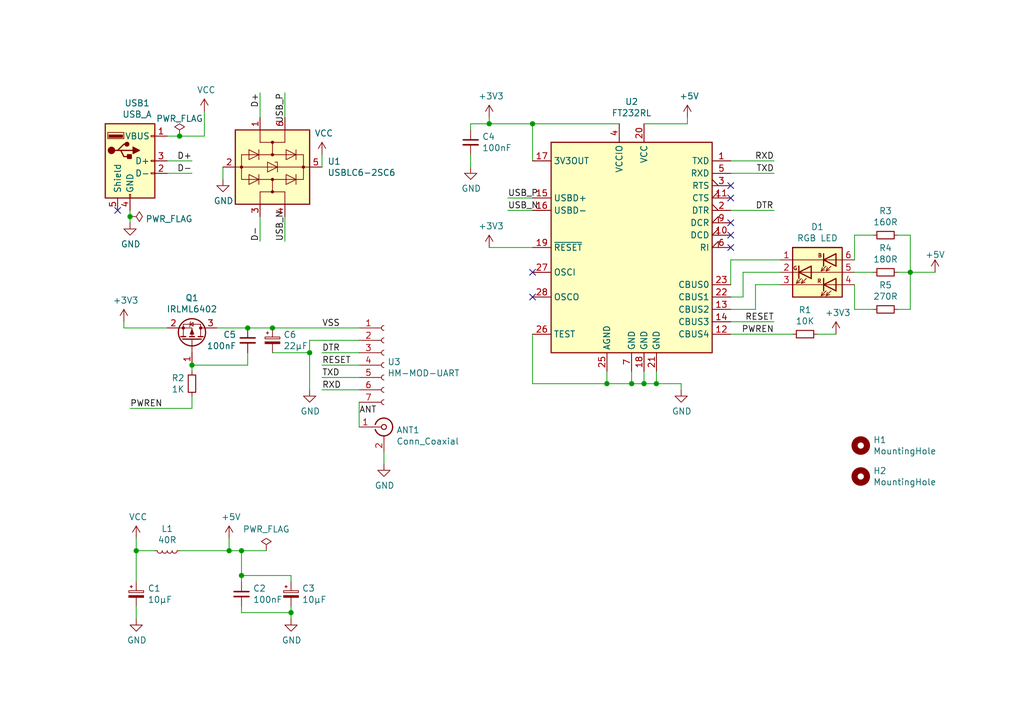
<source format=kicad_sch>
(kicad_sch (version 20211123) (generator eeschema)
  (paper "A5")
  (title_block (title "HM-1551USB2 USB Adapter") (date "2022-01-12") (rev "1.0") (comment 1 "use Hammond Mfg. 1551USB2 enclosure"))
  (lib_symbols
    (symbol "Connector:Conn_01x07_Female" (pin_names (offset 1.016) hide)
      (property "Reference" "J" (at 0 10.16 0))
      (property "Value" "Conn_01x07_Female" (at 0 -10.16 0))
      (symbol "Conn_01x07_Female_1_1"
        (arc (start 0 -7.112) (mid -0.508 -7.62) (end 0 -8.128) (stroke (width 0.1524)))
        (arc (start 0 -4.572) (mid -0.508 -5.08) (end 0 -5.588) (stroke (width 0.1524)))
        (arc (start 0 -2.032) (mid -0.508 -2.54) (end 0 -3.048) (stroke (width 0.1524)))
        (polyline (pts (xy -1.27 -7.62) (xy -0.508 -7.62)) (stroke (width 0.1524)))
        (polyline (pts (xy -1.27 -5.08) (xy -0.508 -5.08)) (stroke (width 0.1524)))
        (polyline (pts (xy -1.27 -2.54) (xy -0.508 -2.54)) (stroke (width 0.1524)))
        (polyline (pts (xy -1.27 0) (xy -0.508 0)) (stroke (width 0.1524)))
        (polyline (pts (xy -1.27 2.54) (xy -0.508 2.54)) (stroke (width 0.1524)))
        (polyline (pts (xy -1.27 5.08) (xy -0.508 5.08)) (stroke (width 0.1524)))
        (polyline (pts (xy -1.27 7.62) (xy -0.508 7.62)) (stroke (width 0.1524)))
        (arc (start 0 0.508) (mid -0.508 0) (end 0 -0.508) (stroke (width 0.1524)))
        (arc (start 0 3.048) (mid -0.508 2.54) (end 0 2.032) (stroke (width 0.1524)))
        (arc (start 0 5.588) (mid -0.508 5.08) (end 0 4.572) (stroke (width 0.1524)))
        (arc (start 0 8.128) (mid -0.508 7.62) (end 0 7.112) (stroke (width 0.1524)))
        (pin passive line (at -5.08 7.62 0) (length 3.81) (name "Pin_1") (number "1"))
        (pin passive line (at -5.08 5.08 0) (length 3.81) (name "Pin_2") (number "2"))
        (pin passive line (at -5.08 2.54 0) (length 3.81) (name "Pin_3") (number "3"))
        (pin passive line (at -5.08 0 0) (length 3.81) (name "Pin_4") (number "4"))
        (pin passive line (at -5.08 -2.54 0) (length 3.81) (name "Pin_5") (number "5"))
        (pin passive line (at -5.08 -5.08 0) (length 3.81) (name "Pin_6") (number "6"))
        (pin passive line (at -5.08 -7.62 0) (length 3.81) (name "Pin_7") (number "7"))
      )
    )
    (symbol "Connector:Conn_Coaxial" (pin_names (offset 1.016) hide)
      (property "Reference" "J" (at 0.254 3.048 0))
      (property "Value" "Conn_Coaxial" (at 2.921 0 90))
      (symbol "Conn_Coaxial_0_1"
        (arc (start -1.778 -0.508) (mid 0.222 -1.808) (end 1.778 0) (stroke (width 0.254)))
        (polyline (pts (xy -2.54 0) (xy -0.508 0)))
        (polyline (pts (xy 0 -2.54) (xy 0 -1.778)))
        (circle (center 0 0) (radius 0.508) (stroke (width 0.2032)))
        (arc (start 1.778 0) (mid 0.222 1.8083) (end -1.778 0.508) (stroke (width 0.254)))
      )
      (symbol "Conn_Coaxial_1_1"
        (pin passive line (at -5.08 0 0) (length 2.54) (name "In") (number "1"))
        (pin passive line (at 0 -5.08 90) (length 2.54) (name "Ext") (number "2"))
      )
    )
    (symbol "Connector:USB_A" (pin_names (offset 1.016))
      (property "Reference" "J" (at -5.08 11.43 0))
      (property "Value" "USB_A" (at -5.08 8.89 0))
      (symbol "USB_A_0_1"
        (rectangle (start -5.08 -7.62) (end 5.08 7.62) (stroke (width 0.254)) (fill (type background)))
        (circle (center -3.81 2.159) (radius 0.635) (stroke (width 0.254)) (fill (type outline)))
        (rectangle (start -1.524 4.826) (end -4.318 5.334) (fill (type outline)))
        (rectangle (start -1.27 4.572) (end -4.572 5.842))
        (circle (center -0.635 3.429) (radius 0.381) (stroke (width 0.254)) (fill (type outline)))
        (rectangle (start -0.127 -7.62) (end 0.127 -6.858))
        (polyline (pts (xy -3.175 2.159) (xy -2.54 2.159) (xy -1.27 3.429) (xy -0.635 3.429)) (stroke (width 0.254)))
        (polyline (pts (xy -2.54 2.159) (xy -1.905 2.159) (xy -1.27 0.889) (xy 0 0.889)) (stroke (width 0.254)))
        (polyline (pts (xy 0.635 2.794) (xy 0.635 1.524) (xy 1.905 2.159) (xy 0.635 2.794)) (stroke (width 0.254)) (fill (type outline)))
        (rectangle (start 0.254 1.27) (end -0.508 0.508) (stroke (width 0.254)) (fill (type outline)))
        (rectangle (start 5.08 -2.667) (end 4.318 -2.413))
        (rectangle (start 5.08 -0.127) (end 4.318 0.127))
        (rectangle (start 5.08 4.953) (end 4.318 5.207))
      )
      (symbol "USB_A_1_1"
        (polyline (pts (xy -1.905 2.159) (xy 0.635 2.159)) (stroke (width 0.254)))
        (pin power_in line (at 7.62 5.08 180) (length 2.54) (name "VBUS") (number "1"))
        (pin bidirectional line (at 7.62 -2.54 180) (length 2.54) (name "D-") (number "2"))
        (pin bidirectional line (at 7.62 0 180) (length 2.54) (name "D+") (number "3"))
        (pin power_in line (at 0 -10.16 90) (length 2.54) (name "GND") (number "4"))
        (pin passive line (at -2.54 -10.16 90) (length 2.54) (name "Shield") (number "5"))
      )
    )
    (symbol "Device:C_Polarized_Small" (pin_numbers hide) (pin_names (offset 0.254) hide)
      (property "Reference" "C" (at 0.254 1.778 0))
      (property "Value" "C_Polarized_Small" (at 0.254 -2.032 0))
      (symbol "C_Polarized_Small_0_1"
        (rectangle (start -1.524 -0.3048) (end 1.524 -0.6858) (fill (type outline)))
        (rectangle (start -1.524 0.6858) (end 1.524 0.3048))
        (polyline (pts (xy -1.27 1.524) (xy -0.762 1.524)))
        (polyline (pts (xy -1.016 1.27) (xy -1.016 1.778)))
      )
      (symbol "C_Polarized_Small_1_1"
        (pin passive line (at 0 2.54 270) (length 1.8542) (name "~") (number "1"))
        (pin passive line (at 0 -2.54 90) (length 1.8542) (name "~") (number "2"))
      )
    )
    (symbol "Device:C_Small" (pin_numbers hide) (pin_names (offset 0.254) hide)
      (property "Reference" "C" (at 0.254 1.778 0))
      (property "Value" "C_Small" (at 0.254 -2.032 0))
      (symbol "C_Small_0_1"
        (polyline (pts (xy -1.524 -0.508) (xy 1.524 -0.508)) (stroke (width 0.3302)))
        (polyline (pts (xy -1.524 0.508) (xy 1.524 0.508)) (stroke (width 0.3048)))
      )
      (symbol "C_Small_1_1"
        (pin passive line (at 0 2.54 270) (length 2.032) (name "~") (number "1"))
        (pin passive line (at 0 -2.54 90) (length 2.032) (name "~") (number "2"))
      )
    )
    (symbol "Device:L_Small" (pin_numbers hide) (pin_names (offset 0.254) hide)
      (property "Reference" "L" (at 0.762 1.016 0))
      (property "Value" "L_Small" (at 0.762 -1.016 0))
      (symbol "L_Small_0_1"
        (arc (start 0 -2.032) (mid 0.508 -1.524) (end 0 -1.016))
        (arc (start 0 -1.016) (mid 0.508 -0.508) (end 0 0))
        (arc (start 0 0) (mid 0.508 0.508) (end 0 1.016))
        (arc (start 0 1.016) (mid 0.508 1.524) (end 0 2.032))
      )
      (symbol "L_Small_1_1"
        (pin passive line (at 0 2.54 270) (length 0.508) (name "~") (number "1"))
        (pin passive line (at 0 -2.54 90) (length 0.508) (name "~") (number "2"))
      )
    )
    (symbol "Device:R_Small" (pin_numbers hide) (pin_names (offset 0.254) hide)
      (property "Reference" "R" (at 0.762 0.508 0))
      (property "Value" "R_Small" (at 0.762 -1.016 0))
      (symbol "R_Small_0_1"
        (rectangle (start -0.762 1.778) (end 0.762 -1.778) (stroke (width 0.2032)))
      )
      (symbol "R_Small_1_1"
        (pin passive line (at 0 2.54 270) (length 0.762) (name "~") (number "1"))
        (pin passive line (at 0 -2.54 90) (length 0.762) (name "~") (number "2"))
      )
    )
    (symbol "Interface_USB:FT232RL"
      (property "Reference" "U" (at -16.51 22.86 0))
      (property "Value" "FT232RL" (at 10.16 22.86 0))
      (symbol "FT232RL_0_1"
        (rectangle (start -16.51 21.59) (end 16.51 -21.59) (stroke (width 0.254)) (fill (type background)))
      )
      (symbol "FT232RL_1_1"
        (pin output line (at 20.32 17.78 180) (length 3.81) (name "TXD") (number "1"))
        (pin input input_low (at 20.32 2.54 180) (length 3.81) (name "DCD") (number "10"))
        (pin input input_low (at 20.32 10.16 180) (length 3.81) (name "CTS") (number "11"))
        (pin bidirectional line (at 20.32 -17.78 180) (length 3.81) (name "CBUS4") (number "12"))
        (pin bidirectional line (at 20.32 -12.7 180) (length 3.81) (name "CBUS2") (number "13"))
        (pin bidirectional line (at 20.32 -15.24 180) (length 3.81) (name "CBUS3") (number "14"))
        (pin bidirectional line (at -20.32 10.16 0) (length 3.81) (name "USBD+") (number "15"))
        (pin bidirectional line (at -20.32 7.62 0) (length 3.81) (name "USBD-") (number "16"))
        (pin power_out line (at -20.32 17.78 0) (length 3.81) (name "3V3OUT") (number "17"))
        (pin power_in line (at 2.54 -25.4 90) (length 3.81) (name "GND") (number "18"))
        (pin input line (at -20.32 0 0) (length 3.81) (name "~{RESET}") (number "19"))
        (pin output output_low (at 20.32 7.62 180) (length 3.81) (name "DTR") (number "2"))
        (pin power_in line (at 2.54 25.4 270) (length 3.81) (name "VCC") (number "20"))
        (pin power_in line (at 5.08 -25.4 90) (length 3.81) (name "GND") (number "21"))
        (pin bidirectional line (at 20.32 -10.16 180) (length 3.81) (name "CBUS1") (number "22"))
        (pin bidirectional line (at 20.32 -7.62 180) (length 3.81) (name "CBUS0") (number "23"))
        (pin power_in line (at -5.08 -25.4 90) (length 3.81) (name "AGND") (number "25"))
        (pin input line (at -20.32 -17.78 0) (length 3.81) (name "TEST") (number "26"))
        (pin input line (at -20.32 -5.08 0) (length 3.81) (name "OSCI") (number "27"))
        (pin output line (at -20.32 -10.16 0) (length 3.81) (name "OSCO") (number "28"))
        (pin output output_low (at 20.32 12.7 180) (length 3.81) (name "RTS") (number "3"))
        (pin power_in line (at -2.54 25.4 270) (length 3.81) (name "VCCIO") (number "4"))
        (pin input line (at 20.32 15.24 180) (length 3.81) (name "RXD") (number "5"))
        (pin input input_low (at 20.32 0 180) (length 3.81) (name "RI") (number "6"))
        (pin power_in line (at 0 -25.4 90) (length 3.81) (name "GND") (number "7"))
        (pin input input_low (at 20.32 5.08 180) (length 3.81) (name "DCR") (number "9"))
      )
    )
    (symbol "LED:ASMT-YTC2-0AA02" (pin_names hide)
      (property "Reference" "D" (at -5.08 6.35 0))
      (property "Value" "ASMT-YTC2-0AA02" (at -5.08 -6.35 0))
      (symbol "ASMT-YTC2-0AA02_0_0"
        (text "B" (at -0.508 -3.4544 0) (effects (font (size 0.762 0.762))))
        (text "G" (at 4.5466 -0.8382 0) (effects (font (size 0.762 0.762))))
        (text "R" (at -0.381 1.8034 0) (effects (font (size 0.762 0.762))))
      )
      (symbol "ASMT-YTC2-0AA02_0_1"
        (rectangle (start -5.08 5.08) (end 5.08 -5.08) (stroke (width 0.254)) (fill (type background)))
        (polyline (pts (xy -5.08 -2.54) (xy 5.08 -2.54)))
        (polyline (pts (xy -5.08 0) (xy 5.08 0)))
        (polyline (pts (xy -5.08 2.54) (xy 5.08 2.54)))
        (polyline (pts (xy -2.794 -1.27) (xy -1.778 -0.254)))
        (polyline (pts (xy -2.794 3.81) (xy -1.778 4.826)))
        (polyline (pts (xy -1.778 -1.27) (xy -0.762 -0.254)))
        (polyline (pts (xy -1.778 3.81) (xy -0.762 4.826)))
        (polyline (pts (xy -1.27 -1.27) (xy -1.27 -3.81)) (stroke (width 0.254)))
        (polyline (pts (xy -1.27 3.81) (xy -1.27 1.27)) (stroke (width 0.254)))
        (polyline (pts (xy 2.286 1.27) (xy 3.302 2.286)))
        (polyline (pts (xy 3.302 1.27) (xy 4.318 2.286)))
        (polyline (pts (xy 3.81 1.27) (xy 3.81 -1.27)) (stroke (width 0.254)))
        (polyline (pts (xy -2.54 4.572) (xy -1.778 4.826) (xy -2.032 4.064)))
        (polyline (pts (xy -2.032 -1.016) (xy -1.778 -0.254) (xy -2.54 -0.508)))
        (polyline (pts (xy -1.524 -0.508) (xy -0.762 -0.254) (xy -1.016 -1.016)))
        (polyline (pts (xy -1.524 4.572) (xy -0.762 4.826) (xy -1.016 4.064)))
        (polyline (pts (xy 3.048 1.524) (xy 3.302 2.286) (xy 2.54 2.032)))
        (polyline (pts (xy 3.556 2.032) (xy 4.318 2.286) (xy 4.064 1.524)))
        (polyline (pts (xy -3.81 -1.27) (xy -3.81 -3.81) (xy -1.27 -2.54) (xy -3.81 -1.27)) (stroke (width 0.254)))
        (polyline (pts (xy -3.81 3.81) (xy -3.81 1.27) (xy -1.27 2.54) (xy -3.81 3.81)) (stroke (width 0.254)))
        (polyline (pts (xy 1.27 1.27) (xy 1.27 -1.27) (xy 3.81 0) (xy 1.27 1.27)) (stroke (width 0.254)))
      )
      (symbol "ASMT-YTC2-0AA02_1_1"
        (pin passive line (at 7.62 -2.54 180) (length 2.54) (name "KB") (number "1"))
        (pin passive line (at 7.62 0 180) (length 2.54) (name "KG") (number "2"))
        (pin passive line (at 7.62 2.54 180) (length 2.54) (name "KR") (number "3"))
        (pin passive line (at -7.62 2.54 0) (length 2.54) (name "AR") (number "4"))
        (pin passive line (at -7.62 0 0) (length 2.54) (name "AG") (number "5"))
        (pin passive line (at -7.62 -2.54 0) (length 2.54) (name "AB") (number "6"))
      )
    )
    (symbol "Mechanical:MountingHole" (pin_names (offset 1.016))
      (property "Reference" "H" (at 0 5.08 0))
      (property "Value" "MountingHole" (at 0 3.175 0))
      (symbol "MountingHole_0_1"
        (circle (center 0 0) (radius 1.27) (stroke (width 1.27)))
      )
    )
    (symbol "Power_Protection:USBLC6-2SC6" (pin_names hide)
      (property "Reference" "U" (at 2.54 8.89 0))
      (property "Value" "USBLC6-2SC6" (at 2.54 -8.89 0))
      (symbol "USBLC6-2SC6_0_1"
        (rectangle (start -7.62 -7.62) (end 7.62 7.62) (stroke (width 0.254)) (fill (type background)))
        (circle (center -5.08 0) (radius 0.254) (fill (type outline)))
        (circle (center -2.54 0) (radius 0.254) (fill (type outline)))
        (rectangle (start -2.54 6.35) (end 2.54 -6.35))
        (circle (center 0 -6.35) (radius 0.254) (fill (type outline)))
        (polyline (pts (xy -5.08 -2.54) (xy -7.62 -2.54)))
        (polyline (pts (xy -5.08 0) (xy -5.08 -2.54)))
        (polyline (pts (xy -5.08 2.54) (xy -7.62 2.54)))
        (polyline (pts (xy -1.524 -2.794) (xy -3.556 -2.794)))
        (polyline (pts (xy -1.524 4.826) (xy -3.556 4.826)))
        (polyline (pts (xy 0 -7.62) (xy 0 -6.35)))
        (polyline (pts (xy 0 -6.35) (xy 0 1.27)))
        (polyline (pts (xy 0 1.27) (xy 0 6.35)))
        (polyline (pts (xy 0 6.35) (xy 0 7.62)))
        (polyline (pts (xy 1.524 -2.794) (xy 3.556 -2.794)))
        (polyline (pts (xy 1.524 4.826) (xy 3.556 4.826)))
        (polyline (pts (xy 5.08 -2.54) (xy 7.62 -2.54)))
        (polyline (pts (xy 5.08 0) (xy 5.08 -2.54)))
        (polyline (pts (xy 5.08 2.54) (xy 7.62 2.54)))
        (polyline (pts (xy -2.54 0) (xy -5.08 0) (xy -5.08 2.54)))
        (polyline (pts (xy 2.54 0) (xy 5.08 0) (xy 5.08 2.54)))
        (polyline (pts (xy -3.556 -4.826) (xy -1.524 -4.826) (xy -2.54 -2.794) (xy -3.556 -4.826)))
        (polyline (pts (xy -3.556 2.794) (xy -1.524 2.794) (xy -2.54 4.826) (xy -3.556 2.794)))
        (polyline (pts (xy -1.016 -1.016) (xy 1.016 -1.016) (xy 0 1.016) (xy -1.016 -1.016)))
        (polyline (pts (xy 1.016 1.016) (xy 0.762 1.016) (xy -1.016 1.016) (xy -1.016 0.508)))
        (polyline (pts (xy 3.556 -4.826) (xy 1.524 -4.826) (xy 2.54 -2.794) (xy 3.556 -4.826)))
        (polyline (pts (xy 3.556 2.794) (xy 1.524 2.794) (xy 2.54 4.826) (xy 3.556 2.794)))
        (circle (center 0 6.35) (radius 0.254) (fill (type outline)))
        (circle (center 2.54 0) (radius 0.254) (fill (type outline)))
        (circle (center 5.08 0) (radius 0.254) (fill (type outline)))
      )
      (symbol "USBLC6-2SC6_1_1"
        (pin passive line (at -10.16 -2.54 0) (length 2.54) (name "I/O1") (number "1"))
        (pin passive line (at 0 -10.16 90) (length 2.54) (name "GND") (number "2"))
        (pin passive line (at 10.16 -2.54 180) (length 2.54) (name "I/O2") (number "3"))
        (pin passive line (at 10.16 2.54 180) (length 2.54) (name "I/O2") (number "4"))
        (pin passive line (at 0 10.16 270) (length 2.54) (name "VBUS") (number "5"))
        (pin passive line (at -10.16 2.54 0) (length 2.54) (name "I/O1") (number "6"))
      )
    )
    (symbol "Transistor_FET:IRLML6402" (pin_names hide)
      (property "Reference" "Q" (at 5.08 1.905 0))
      (property "Value" "IRLML6402" (at 5.08 0 0))
      (symbol "IRLML6402_0_1"
        (polyline (pts (xy 0.254 0) (xy -2.54 0)))
        (polyline (pts (xy 0.254 1.905) (xy 0.254 -1.905)) (stroke (width 0.254)))
        (polyline (pts (xy 0.762 -1.27) (xy 0.762 -2.286)) (stroke (width 0.254)))
        (polyline (pts (xy 0.762 0.508) (xy 0.762 -0.508)) (stroke (width 0.254)))
        (polyline (pts (xy 0.762 2.286) (xy 0.762 1.27)) (stroke (width 0.254)))
        (polyline (pts (xy 2.54 2.54) (xy 2.54 1.778)))
        (polyline (pts (xy 2.54 -2.54) (xy 2.54 0) (xy 0.762 0)))
        (polyline (pts (xy 0.762 1.778) (xy 3.302 1.778) (xy 3.302 -1.778) (xy 0.762 -1.778)))
        (polyline (pts (xy 2.286 0) (xy 1.27 0.381) (xy 1.27 -0.381) (xy 2.286 0)) (fill (type outline)))
        (polyline (pts (xy 2.794 -0.508) (xy 2.921 -0.381) (xy 3.683 -0.381) (xy 3.81 -0.254)))
        (polyline (pts (xy 3.302 -0.381) (xy 2.921 0.254) (xy 3.683 0.254) (xy 3.302 -0.381)))
        (circle (center 1.651 0) (radius 2.794) (stroke (width 0.254)))
        (circle (center 2.54 -1.778) (radius 0.254) (fill (type outline)))
        (circle (center 2.54 1.778) (radius 0.254) (fill (type outline)))
      )
      (symbol "IRLML6402_1_1"
        (pin input line (at -5.08 0 0) (length 2.54) (name "G") (number "1"))
        (pin passive line (at 2.54 -5.08 90) (length 2.54) (name "S") (number "2"))
        (pin passive line (at 2.54 5.08 270) (length 2.54) (name "D") (number "3"))
      )
    )
    (symbol "power:+3.3V" (power) (pin_names (offset 0))
      (property "Value" "+3.3V" (at 0 3.556 0))
      (symbol "+3.3V_0_1"
        (polyline (pts (xy -0.762 1.27) (xy 0 2.54)))
        (polyline (pts (xy 0 0) (xy 0 2.54)))
        (polyline (pts (xy 0 2.54) (xy 0.762 1.27)))
      )
      (symbol "+3.3V_1_1"
        (pin power_in line (at 0 0 90) (length 0) hide (name "+3V3") (number "1"))
      )
    )
    (symbol "power:+3V3" (power) (pin_names (offset 0))
      (property "Value" "+3V3" (at 0 3.556 0))
      (symbol "+3V3_0_1"
        (polyline (pts (xy -0.762 1.27) (xy 0 2.54)))
        (polyline (pts (xy 0 0) (xy 0 2.54)))
        (polyline (pts (xy 0 2.54) (xy 0.762 1.27)))
      )
      (symbol "+3V3_1_1"
        (pin power_in line (at 0 0 90) (length 0) hide (name "+3V3") (number "1"))
      )
    )
    (symbol "power:+5V" (power) (pin_names (offset 0))
      (property "Value" "+5V" (at 0 3.556 0))
      (symbol "+5V_0_1"
        (polyline (pts (xy -0.762 1.27) (xy 0 2.54)))
        (polyline (pts (xy 0 0) (xy 0 2.54)))
        (polyline (pts (xy 0 2.54) (xy 0.762 1.27)))
      )
      (symbol "+5V_1_1"
        (pin power_in line (at 0 0 90) (length 0) hide (name "+5V") (number "1"))
      )
    )
    (symbol "power:GND" (power) (pin_names (offset 0))
      (property "Value" "GND" (at 0 -3.81 0))
      (symbol "GND_0_1"
        (polyline (pts (xy 0 0) (xy 0 -1.27) (xy 1.27 -1.27) (xy 0 -2.54) (xy -1.27 -1.27) (xy 0 -1.27)))
      )
      (symbol "GND_1_1"
        (pin power_in line (at 0 0 270) (length 0) hide (name "GND") (number "1"))
      )
    )
    (symbol "power:PWR_FLAG" (power) (pin_numbers hide) (pin_names (offset 0) hide)
      (property "Value" "PWR_FLAG" (at 0 3.81 0))
      (symbol "PWR_FLAG_0_0"
        (pin power_out line (at 0 0 90) (length 0) (name "pwr") (number "1"))
      )
      (symbol "PWR_FLAG_0_1"
        (polyline (pts (xy 0 0) (xy 0 1.27) (xy -1.016 1.905) (xy 0 2.54) (xy 1.016 1.905) (xy 0 1.27)))
      )
    )
    (symbol "power:VCC" (power) (pin_names (offset 0))
      (property "Value" "VCC" (at 0 3.81 0))
      (symbol "VCC_0_1"
        (polyline (pts (xy -0.762 1.27) (xy 0 2.54)))
        (polyline (pts (xy 0 0) (xy 0 2.54)))
        (polyline (pts (xy 0 2.54) (xy 0.762 1.27)))
      )
      (symbol "VCC_1_1"
        (pin power_in line (at 0 0 90) (length 0) hide (name "VCC") (number "1"))
      )
    )
  )
  (junction (at 50.8 67.31))
  (junction (at 39.37 74.93))
  (junction (at 186.69 55.88))
  (junction (at 109.22 25.4))
  (junction (at 63.5 72.39))
  (junction (at 129.54 78.74))
  (junction (at 124.46 78.74))
  (junction (at 49.53 113.03))
  (junction (at 100.33 25.4))
  (junction (at 27.94 113.03))
  (junction (at 134.62 78.74))
  (junction (at 49.53 118.11))
  (junction (at 59.69 125.73))
  (junction (at 55.88 67.31))
  (junction (at 26.67 44.45))
  (junction (at 36.83 27.94))
  (junction (at 132.08 78.74))
  (junction (at 46.99 113.03))
  (no_connect (at 149.86 40.64))
  (no_connect (at 24.13 43.18))
  (no_connect (at 149.86 38.1))
  (no_connect (at 149.86 50.8))
  (no_connect (at 149.86 48.26))
  (no_connect (at 149.86 45.72))
  (no_connect (at 109.22 60.96))
  (no_connect (at 109.22 55.88))
  (wire (pts (xy 55.88 72.39) (xy 63.5 72.39)))
  (wire (pts (xy 78.74 95.25) (xy 78.74 92.71)))
  (wire (pts (xy 63.5 69.85) (xy 63.5 72.39)))
  (wire (pts (xy 132.08 78.74) (xy 134.62 78.74)))
  (wire (pts (xy 96.52 34.29) (xy 96.52 31.75)))
  (wire (pts (xy 100.33 24.13) (xy 100.33 25.4)))
  (wire (pts (xy 50.8 74.93) (xy 39.37 74.93)))
  (wire (pts (xy 53.34 24.13) (xy 53.34 19.05)))
  (wire (pts (xy 49.53 113.03) (xy 54.61 113.03)))
  (wire (pts (xy 66.04 77.47) (xy 73.66 77.47)))
  (wire (pts (xy 149.86 43.18) (xy 158.75 43.18)))
  (wire (pts (xy 58.42 24.13) (xy 58.42 19.05)))
  (wire (pts (xy 96.52 25.4) (xy 96.52 26.67)))
  (wire (pts (xy 36.83 27.94) (xy 34.29 27.94)))
  (wire (pts (xy 134.62 76.2) (xy 134.62 78.74)))
  (wire (pts (xy 124.46 76.2) (xy 124.46 78.74)))
  (wire (pts (xy 49.53 118.11) (xy 59.69 118.11)))
  (wire (pts (xy 39.37 81.28) (xy 39.37 83.82)))
  (wire (pts (xy 41.91 27.94) (xy 36.83 27.94)))
  (wire (pts (xy 154.94 58.42) (xy 160.02 58.42)))
  (wire (pts (xy 50.8 72.39) (xy 50.8 74.93)))
  (wire (pts (xy 149.86 58.42) (xy 149.86 53.34)))
  (wire (pts (xy 104.14 40.64) (xy 109.22 40.64)))
  (wire (pts (xy 73.66 67.31) (xy 55.88 67.31)))
  (wire (pts (xy 184.15 48.26) (xy 186.69 48.26)))
  (wire (pts (xy 140.97 25.4) (xy 140.97 24.13)))
  (wire (pts (xy 53.34 44.45) (xy 53.34 49.53)))
  (wire (pts (xy 149.86 68.58) (xy 162.56 68.58)))
  (wire (pts (xy 154.94 63.5) (xy 154.94 58.42)))
  (wire (pts (xy 59.69 118.11) (xy 59.69 119.38)))
  (wire (pts (xy 25.4 66.04) (xy 25.4 67.31)))
  (wire (pts (xy 152.4 60.96) (xy 152.4 55.88)))
  (wire (pts (xy 158.75 35.56) (xy 149.86 35.56)))
  (wire (pts (xy 46.99 113.03) (xy 49.53 113.03)))
  (wire (pts (xy 132.08 25.4) (xy 140.97 25.4)))
  (wire (pts (xy 39.37 35.56) (xy 34.29 35.56)))
  (wire (pts (xy 132.08 76.2) (xy 132.08 78.74)))
  (wire (pts (xy 73.66 82.55) (xy 73.66 87.63)))
  (wire (pts (xy 124.46 78.74) (xy 129.54 78.74)))
  (wire (pts (xy 34.29 33.02) (xy 39.37 33.02)))
  (wire (pts (xy 45.72 34.29) (xy 45.72 36.83)))
  (wire (pts (xy 27.94 113.03) (xy 27.94 110.49)))
  (wire (pts (xy 175.26 58.42) (xy 175.26 63.5)))
  (wire (pts (xy 158.75 33.02) (xy 149.86 33.02)))
  (wire (pts (xy 36.83 113.03) (xy 46.99 113.03)))
  (wire (pts (xy 26.67 43.18) (xy 26.67 44.45)))
  (wire (pts (xy 167.64 68.58) (xy 171.45 68.58)))
  (wire (pts (xy 109.22 78.74) (xy 124.46 78.74)))
  (wire (pts (xy 25.4 67.31) (xy 34.29 67.31)))
  (wire (pts (xy 49.53 124.46) (xy 49.53 125.73)))
  (wire (pts (xy 129.54 78.74) (xy 132.08 78.74)))
  (wire (pts (xy 175.26 53.34) (xy 175.26 48.26)))
  (wire (pts (xy 27.94 119.38) (xy 27.94 113.03)))
  (wire (pts (xy 27.94 113.03) (xy 31.75 113.03)))
  (wire (pts (xy 149.86 63.5) (xy 154.94 63.5)))
  (wire (pts (xy 46.99 113.03) (xy 46.99 110.49)))
  (wire (pts (xy 175.26 48.26) (xy 179.07 48.26)))
  (wire (pts (xy 73.66 72.39) (xy 66.04 72.39)))
  (wire (pts (xy 49.53 118.11) (xy 49.53 119.38)))
  (wire (pts (xy 149.86 53.34) (xy 160.02 53.34)))
  (wire (pts (xy 73.66 80.01) (xy 66.04 80.01)))
  (wire (pts (xy 158.75 66.04) (xy 149.86 66.04)))
  (wire (pts (xy 186.69 48.26) (xy 186.69 55.88)))
  (wire (pts (xy 39.37 74.93) (xy 39.37 76.2)))
  (wire (pts (xy 49.53 125.73) (xy 59.69 125.73)))
  (wire (pts (xy 139.7 78.74) (xy 139.7 80.01)))
  (wire (pts (xy 175.26 63.5) (xy 179.07 63.5)))
  (wire (pts (xy 58.42 44.45) (xy 58.42 49.53)))
  (wire (pts (xy 63.5 72.39) (xy 63.5 80.01)))
  (wire (pts (xy 55.88 67.31) (xy 50.8 67.31)))
  (wire (pts (xy 49.53 118.11) (xy 49.53 113.03)))
  (wire (pts (xy 186.69 55.88) (xy 191.77 55.88)))
  (wire (pts (xy 104.14 43.18) (xy 109.22 43.18)))
  (wire (pts (xy 109.22 68.58) (xy 109.22 78.74)))
  (wire (pts (xy 152.4 55.88) (xy 160.02 55.88)))
  (wire (pts (xy 109.22 50.8) (xy 100.33 50.8)))
  (wire (pts (xy 184.15 55.88) (xy 186.69 55.88)))
  (wire (pts (xy 129.54 76.2) (xy 129.54 78.74)))
  (wire (pts (xy 109.22 25.4) (xy 127 25.4)))
  (wire (pts (xy 39.37 83.82) (xy 26.67 83.82)))
  (wire (pts (xy 27.94 127) (xy 27.94 124.46)))
  (wire (pts (xy 41.91 22.86) (xy 41.91 27.94)))
  (wire (pts (xy 149.86 60.96) (xy 152.4 60.96)))
  (wire (pts (xy 100.33 25.4) (xy 109.22 25.4)))
  (wire (pts (xy 175.26 55.88) (xy 179.07 55.88)))
  (wire (pts (xy 73.66 74.93) (xy 66.04 74.93)))
  (wire (pts (xy 100.33 25.4) (xy 96.52 25.4)))
  (wire (pts (xy 73.66 69.85) (xy 63.5 69.85)))
  (wire (pts (xy 184.15 63.5) (xy 186.69 63.5)))
  (wire (pts (xy 109.22 25.4) (xy 109.22 33.02)))
  (wire (pts (xy 59.69 125.73) (xy 59.69 124.46)))
  (wire (pts (xy 26.67 44.45) (xy 26.67 45.72)))
  (wire (pts (xy 134.62 78.74) (xy 139.7 78.74)))
  (wire (pts (xy 59.69 125.73) (xy 59.69 127)))
  (wire (pts (xy 66.04 34.29) (xy 66.04 31.75)))
  (wire (pts (xy 186.69 63.5) (xy 186.69 55.88)))
  (wire (pts (xy 50.8 67.31) (xy 44.45 67.31)))
  (label "TXD" (at 66.04 77.47 0))
  (label "DTR" (at 154.94 43.18 0))
  (label "USB_N" (at 58.42 49.53 90))
  (label "USB_N" (at 104.14 43.18 0))
  (label "RXD" (at 158.75 33.02 180))
  (label "PWREN" (at 158.75 68.58 180))
  (label "RXD" (at 66.04 80.01 0))
  (label "VSS" (at 66.04 67.31 0))
  (label "USB_P" (at 58.42 19.05 270))
  (label "RESET" (at 66.04 74.93 0))
  (label "RESET" (at 158.75 66.04 180))
  (label "D-" (at 39.37 35.56 180))
  (label "D-" (at 53.34 49.53 90))
  (label "USB_P" (at 104.14 40.64 0))
  (label "TXD" (at 158.75 35.56 180))
  (label "D+" (at 53.34 19.05 270))
  (label "PWREN" (at 26.67 83.82 0))
  (label "ANT" (at 73.66 85.09 0))
  (label "DTR" (at 66.04 72.39 0))
  (label "D+" (at 39.37 33.02 180))
  (symbol (lib_id "Interface_USB:FT232RL") (at 129.54 50.8 0) (unit 1)
    (property "Reference" "U2" (at 129.54 20.8788 0))
    (property "Value" "FT232RL" (at 129.54 23.1902 0))
    (property "Footprint" "Package_SO:SSOP-28_5.3x10.2mm_P0.65mm" (effects hide))
    (property "Datasheet" "https://www.ftdichip.com/Support/Documents/DataSheets/ICs/DS_FT232R.pdf" (effects hide))
    (property "PN" "FT232RL-REEL" (effects hide))
    (property "LCSC" "C8690" (effects hide))
  )
  (symbol (lib_id "power:GND") (at 27.94 127 0) (unit 1)
    (property "Reference" "#PWR01" (effects hide))
    (property "Value" "GND" (at 28.067 131.3942 0))
  )
  (symbol (lib_id "power:GND") (at 139.7 80.01 0) (unit 1)
    (property "Reference" "#PWR05" (effects hide))
    (property "Value" "GND" (at 139.827 84.4042 0))
  )
  (symbol (lib_id "power:+5V") (at 46.99 110.49 0) (unit 1)
    (property "Reference" "#PWR02" (effects hide))
    (property "Value" "+5V" (at 47.371 106.0958 0))
  )
  (symbol (lib_id "Device:C_Small") (at 96.52 29.21 0) (unit 1)
    (property "Reference" "C4" (at 98.8568 28.0416 0) (effects (justify left)))
    (property "Value" "100nF" (at 98.8568 30.353 0) (effects (justify left)))
    (property "Footprint" "Capacitor_SMD:C_0805_2012Metric_Pad1.18x1.45mm_HandSolder" (effects hide))
    (property "Datasheet" "https://www.samsungsem.com/resources/file/global/support/product_catalog/MLCC_Automotive.pdf" (effects hide))
    (property "PN" "CL21B104KBFWPNE" (effects hide))
    (property "LCSC" "C307360" (effects hide))
  )
  (symbol (lib_id "power:+5V") (at 140.97 24.13 0) (unit 1)
    (property "Reference" "#PWR06" (effects hide))
    (property "Value" "+5V" (at 141.351 19.7358 0))
  )
  (symbol (lib_id "Device:C_Small") (at 49.53 121.92 0) (unit 1)
    (property "Reference" "C2" (at 51.8668 120.7516 0) (effects (justify left)))
    (property "Value" "100nF" (at 51.8668 123.063 0) (effects (justify left)))
    (property "Footprint" "Capacitor_SMD:C_0805_2012Metric_Pad1.18x1.45mm_HandSolder" (effects hide))
    (property "Datasheet" "https://www.samsungsem.com/resources/file/global/support/product_catalog/MLCC_Automotive.pdf" (effects hide))
    (property "PN" "CL21B104KBFWPNE" (effects hide))
    (property "LCSC" "C307360" (effects hide))
  )
  (symbol (lib_id "power:GND") (at 59.69 127 0) (unit 1)
    (property "Reference" "#PWR012" (effects hide))
    (property "Value" "GND" (at 59.817 131.3942 0))
  )
  (symbol (lib_id "Device:C_Polarized_Small") (at 27.94 121.92 0) (unit 1)
    (property "Reference" "C1" (at 30.2768 120.7516 0) (effects (justify left)))
    (property "Value" "10µF" (at 30.2768 123.063 0) (effects (justify left)))
    (property "Footprint" "Capacitor_Tantalum_SMD:CP_EIA-3216-18_Kemet-A_Pad1.58x1.35mm_HandSolder" (effects hide))
    (property "Datasheet" "https://datasheets.kyocera-avx.com/TAJ.pdf" (effects hide))
    (property "PN" "TAJA106K010RNJ" (effects hide))
    (property "LCSC" "C7177" (effects hide))
  )
  (symbol (lib_id "Device:L_Small") (at 34.29 113.03 270) (unit 1)
    (property "Reference" "L1" (at 34.29 108.5088 90))
    (property "Value" "40R" (at 34.29 110.8202 90))
    (property "Footprint" "Inductor_SMD:L_0805_2012Metric_Pad1.15x1.40mm_HandSolder" (effects hide))
    (property "Datasheet" "https://product.tdk.com/system/files/dam/doc/product/emc/emc/beads/catalog/beads_commercial_signal_mmz2012_en.pdf" (effects hide))
    (property "PN" "MMZ2012S400AT000" (effects hide))
    (property "LCSC" "C2661672" (effects hide))
  )
  (symbol (lib_id "Device:R_Small") (at 165.1 68.58 270) (unit 1)
    (property "Reference" "R1" (at 165.1 63.6016 90))
    (property "Value" "10K" (at 165.1 65.913 90))
    (property "Footprint" "Resistor_SMD:R_0805_2012Metric_Pad1.20x1.40mm_HandSolder" (effects hide))
    (property "Datasheet" "https://www.yageo.com/upload/media/product/products/datasheet/rchip/PYu-RT_1-to-0.01_RoHS_L_12.pdf" (effects hide))
    (property "PN" "RT0805FRE0710KL" (effects hide))
    (property "LCSC" "C869153" (effects hide))
  )
  (symbol (lib_id "Transistor_FET:IRLML6402") (at 39.37 69.85 270) (mirror x) (unit 1)
    (property "Reference" "Q1" (at 39.37 61.1378 90))
    (property "Value" "IRLML6402" (at 39.37 63.4492 90))
    (property "Footprint" "Package_TO_SOT_SMD:SOT-23_Handsoldering" (effects hide))
    (property "Datasheet" "https://www.infineon.com/dgdl/irlml6402pbf.pdf?fileId=5546d462533600a401535668d5c2263c" (effects hide))
    (property "PN" "IRLML6402TRPBF" (effects hide))
    (property "LCSC" "C2593" (effects hide))
  )
  (symbol (lib_id "Device:R_Small") (at 39.37 78.74 0) (mirror x) (unit 1)
    (property "Reference" "R2" (at 37.8714 77.5716 0) (effects (justify right)))
    (property "Value" "1K" (at 37.8714 79.883 0) (effects (justify right)))
    (property "Footprint" "Resistor_SMD:R_0805_2012Metric_Pad1.20x1.40mm_HandSolder" (effects hide))
    (property "Datasheet" "https://www.yageo.com/upload/media/product/products/datasheet/rchip/PYu-AF_51_RoHS_L_8.pdf" (effects hide))
    (property "PN" "AF0603FR-071KL" (effects hide))
    (property "LCSC" "C144087" (effects hide))
  )
  (symbol (lib_id "Device:C_Small") (at 50.8 69.85 0) (mirror y) (unit 1)
    (property "Reference" "C5" (at 48.4632 68.6816 0) (effects (justify left)))
    (property "Value" "100nF" (at 48.4632 70.993 0) (effects (justify left)))
    (property "Footprint" "Capacitor_SMD:C_0805_2012Metric_Pad1.18x1.45mm_HandSolder" (effects hide))
    (property "Datasheet" "https://www.samsungsem.com/resources/file/global/support/product_catalog/MLCC_Automotive.pdf" (effects hide))
    (property "PN" "CL21B104KBFWPNE" (effects hide))
    (property "LCSC" "C307360" (effects hide))
  )
  (symbol (lib_id "power:GND") (at 63.5 80.01 0) (unit 1)
    (property "Reference" "#PWR010" (effects hide))
    (property "Value" "GND" (at 63.627 84.4042 0))
  )
  (symbol (lib_id "power:+3.3V") (at 100.33 24.13 0) (unit 1)
    (property "Reference" "#PWR04" (effects hide))
    (property "Value" "+3.3V" (at 100.711 19.7358 0))
  )
  (symbol (lib_id "power:+3.3V") (at 25.4 66.04 0) (unit 1)
    (property "Reference" "#PWR08" (effects hide))
    (property "Value" "+3.3V" (at 25.781 61.6458 0))
  )
  (symbol (lib_id "power:PWR_FLAG") (at 54.61 113.03 0) (unit 1)
    (property "Reference" "#FLG0101" (effects hide))
    (property "Value" "PWR_FLAG" (at 54.61 108.6104 0))
  )
  (symbol (lib_id "power:+3.3V") (at 171.45 68.58 0) (unit 1)
    (property "Reference" "#PWR0103" (effects hide))
    (property "Value" "+3.3V" (at 171.831 64.1858 0))
  )
  (symbol (lib_id "Connector:Conn_Coaxial") (at 78.74 87.63 0) (unit 1)
    (property "Reference" "ANT1" (at 81.28 88.265 0) (effects (justify left)))
    (property "Value" "Conn_Coaxial" (at 81.28 90.5764 0) (effects (justify left)))
    (property "Footprint" "HM-MOD-UART:SMA-EdgeMount" (effects hide))
    (property "Datasheet" "https://iprorwxhriorop5q.ldycdn.com/SMA-KE-P903+SMA-KE+female+straight+head+%28180+degrees%29+V1.0-aidlrBpoKprRoiSppoojilkk.pdf" (effects hide))
    (property "PN" "SMA-KE-P903" (effects hide))
    (property "LCSC" "C914558" (effects hide))
  )
  (symbol (lib_id "power:GND") (at 78.74 95.25 0) (unit 1)
    (property "Reference" "#PWR0108" (effects hide))
    (property "Value" "GND" (at 78.867 99.6442 0))
  )
  (symbol (lib_id "power:GND") (at 96.52 34.29 0) (unit 1)
    (property "Reference" "#PWR0101" (effects hide))
    (property "Value" "GND" (at 96.647 38.6842 0))
  )
  (symbol (lib_id "Power_Protection:USBLC6-2SC6") (at 55.88 34.29 270) (unit 1)
    (property "Reference" "U1" (at 67.1576 33.1216 90) (effects (justify left)))
    (property "Value" "USBLC6-2SC6" (at 67.1576 35.433 90) (effects (justify left)))
    (property "Footprint" "Package_TO_SOT_SMD:SOT-23-6" (effects hide))
    (property "Datasheet" "https://www.st.com/resource/en/datasheet/usblc6-2.pdf" (effects hide))
    (property "PN" "USBLC6-2SC6 " (effects hide))
    (property "LCSC" "C7519" (effects hide))
  )
  (symbol (lib_id "Connector:Conn_01x07_Female") (at 78.74 74.93 0) (unit 1)
    (property "Reference" "U3" (at 79.4512 74.2696 0) (effects (justify left)))
    (property "Value" "HM-MOD-UART" (at 79.4512 76.581 0) (effects (justify left)))
    (property "Footprint" "HM-MOD-UART:HM-MOD-UART-SMT-REV" (effects hide))
    (property "Datasheet" "https://de.elv.com/elv-homematic-komplettbausatz-funkmodul-fuer-raspberry-pi-hm-mod-rpi-pcb-fuer-smart-home-hausautomation-142141" (effects hide))
    (property "PN" "HM-MOD-RPI-PCB" (effects hide))
  )
  (symbol (lib_id "Device:C_Polarized_Small") (at 55.88 69.85 0) (unit 1)
    (property "Reference" "C6" (at 58.1152 68.6816 0) (effects (justify left)))
    (property "Value" "22µF" (at 58.1152 70.993 0) (effects (justify left)))
    (property "Footprint" "Capacitor_Tantalum_SMD:CP_EIA-6032-28_Kemet-C_Pad2.25x2.35mm_HandSolder" (effects hide))
    (property "Datasheet" "https://www.vishay.com/docs/40002/293d.pdf" (effects hide))
    (property "PN" "293D226X9016C2TE3" (effects hide))
    (property "LCSC" "C130377" (effects hide))
  )
  (symbol (lib_id "Device:C_Polarized_Small") (at 59.69 121.92 0) (unit 1)
    (property "Reference" "C3" (at 61.9252 120.7516 0) (effects (justify left)))
    (property "Value" "10µF" (at 61.9252 123.063 0) (effects (justify left)))
    (property "Footprint" "Capacitor_Tantalum_SMD:CP_EIA-3216-18_Kemet-A_Pad1.58x1.35mm_HandSolder" (effects hide))
    (property "Datasheet" "https://datasheets.kyocera-avx.com/TAJ.pdf" (effects hide))
    (property "PN" "TAJA106K010RNJ" (effects hide))
    (property "LCSC" "C7177" (effects hide))
  )
  (symbol (lib_id "power:GND") (at 26.67 45.72 0) (unit 1)
    (property "Reference" "#PWR0102" (effects hide))
    (property "Value" "GND" (at 26.797 50.1142 0))
  )
  (symbol (lib_id "power:VCC") (at 41.91 22.86 0) (unit 1)
    (property "Reference" "#PWR0104" (effects hide))
    (property "Value" "VCC" (at 42.291 18.4658 0))
  )
  (symbol (lib_id "power:VCC") (at 66.04 31.75 0) (unit 1)
    (property "Reference" "#PWR0105" (effects hide))
    (property "Value" "VCC" (at 66.421 27.3558 0))
  )
  (symbol (lib_id "power:VCC") (at 27.94 110.49 0) (unit 1)
    (property "Reference" "#PWR0106" (effects hide))
    (property "Value" "VCC" (at 28.321 106.0958 0))
  )
  (symbol (lib_id "power:GND") (at 45.72 36.83 0) (unit 1)
    (property "Reference" "#PWR0107" (effects hide))
    (property "Value" "GND" (at 45.847 41.2242 0))
  )
  (symbol (lib_id "Connector:USB_A") (at 26.67 33.02 0) (unit 1)
    (property "Reference" "USB1" (at 28.1178 21.1582 0))
    (property "Value" "USB_A" (at 28.1178 23.4696 0))
    (property "Footprint" "HM-MOD-UART:USB 2.0 Type A" (effects hide))
    (property "Datasheet" "https://datasheet.lcsc.com/lcsc/2103081233_Jing-Extension-of-the-Electronic-Co--917-181A102ES60200_C46394.pdf" (effects hide))
    (property "LCSC" "C46394 " (effects hide))
    (property "PN" "917-181A102ES60200" (effects hide))
  )
  (symbol (lib_id "Mechanical:MountingHole") (at 176.53 91.44 0) (unit 1) (in_bom no)
    (property "Reference" "H1" (at 179.07 90.2716 0) (effects (justify left)))
    (property "Value" "MountingHole" (at 179.07 92.583 0) (effects (justify left)))
    (property "Footprint" "HM-MOD-UART:MountingHole_1.75mm" (effects hide))
  )
  (symbol (lib_id "Mechanical:MountingHole") (at 176.53 97.79 0) (unit 1) (in_bom no)
    (property "Reference" "H2" (at 179.07 96.6216 0) (effects (justify left)))
    (property "Value" "MountingHole" (at 179.07 98.933 0) (effects (justify left)))
    (property "Footprint" "HM-MOD-UART:MountingHole_1.75mm" (effects hide))
  )
  (symbol (lib_id "LED:ASMT-YTC2-0AA02") (at 167.64 55.88 180) (unit 1)
    (property "Reference" "D1" (at 167.64 46.5582 0))
    (property "Value" "RGB LED" (at 167.64 48.8696 0))
    (property "Footprint" "LED_SMD:LED_RGB_5050-6" (effects hide))
    (property "Datasheet" "https://datasheet.lcsc.com/lcsc/2103031837_TOGIALED-TJ-S5050UG6W5TLCBRG-A5_C1322333.pdf" (effects hide))
    (property "PN" "TJ-S5050UG2W6TLCBRG-A5" (effects hide))
    (property "LCSC" "C1322332" (effects hide))
  )
  (symbol (lib_id "Device:R_Small") (at 181.61 63.5 270) (unit 1)
    (property "Reference" "R5" (at 181.61 58.5216 90))
    (property "Value" "270R" (at 181.61 60.833 90))
    (property "Footprint" "Resistor_SMD:R_0805_2012Metric_Pad1.20x1.40mm_HandSolder" (effects hide))
    (property "Datasheet" "https://www.yageo.com/upload/media/product/products/datasheet/rchip/PYu-AC_51_RoHS_L_8.pdf" (effects hide))
    (property "PN" "AC0805FR-07270RL" (effects hide))
    (property "LCSC" "C228675" (effects hide))
  )
  (symbol (lib_id "Device:R_Small") (at 181.61 55.88 270) (unit 1)
    (property "Reference" "R4" (at 181.61 50.9016 90))
    (property "Value" "180R" (at 181.61 53.213 90))
    (property "Footprint" "Resistor_SMD:R_0805_2012Metric_Pad1.20x1.40mm_HandSolder" (effects hide))
    (property "Datasheet" "https://www.yageo.com/upload/media/product/products/datasheet/rchip/PYu-AC_51_RoHS_L_8.pdf" (effects hide))
    (property "PN" "AC0805FR-07180RL" (effects hide))
    (property "LCSC" "C228347" (effects hide))
  )
  (symbol (lib_id "Device:R_Small") (at 181.61 48.26 270) (unit 1)
    (property "Reference" "R3" (at 181.61 43.2816 90))
    (property "Value" "160R" (at 181.61 45.593 90))
    (property "Footprint" "Resistor_SMD:R_0805_2012Metric_Pad1.20x1.40mm_HandSolder" (effects hide))
    (property "Datasheet" "https://www.yageo.com/upload/media/product/products/datasheet/rchip/PYu-AC_51_RoHS_L_8.pdf" (effects hide))
    (property "PN" "AC0805FR-07160RL" (effects hide))
    (property "LCSC" "C228326" (effects hide))
  )
  (symbol (lib_id "power:+3V3") (at 100.33 50.8 0) (unit 1)
    (property "Reference" "#PWR0110" (effects hide))
    (property "Value" "+3V3" (at 100.711 46.4058 0))
  )
  (symbol (lib_id "power:PWR_FLAG") (at 36.83 27.94 0) (unit 1)
    (property "Reference" "#FLG0103" (effects hide))
    (property "Value" "PWR_FLAG" (at 36.83 24.3355 0))
  )
  (symbol (lib_id "power:+5V") (at 191.77 55.88 0) (unit 1)
    (property "Reference" "#PWR0109" (effects hide))
    (property "Value" "+5V" (at 191.77 52.2755 0))
  )
  (symbol (lib_id "power:PWR_FLAG") (at 26.67 44.45 270) (unit 1)
    (property "Reference" "#FLG0104" (effects hide))
    (property "Value" "PWR_FLAG" (at 29.845 44.929 90) (effects (justify left)))
  )
)
</source>
